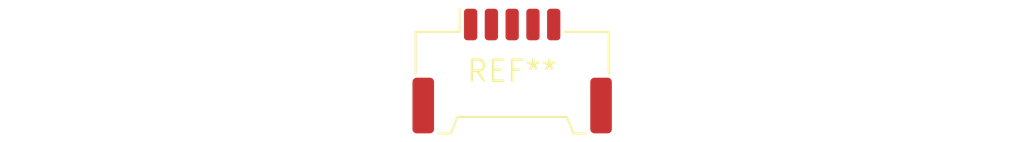
<source format=kicad_pcb>
(kicad_pcb (version 20240108) (generator pcbnew)
  (layers (0 "F.Cu" signal) (31 "B.Cu" signal) (34 "B.Paste" user) (35 "F.Paste" user) (36 "B.SilkS" user "B.Silkscreen") (37 "F.SilkS" user "F.Silkscreen") (38 "B.Mask" user) (39 "F.Mask" user) (44 "Edge.Cuts" user))
  (net 0 "")
  (footprint "Molex_Panelmate_53780-0570_1x05-1MP_P1.25mm_Horizontal" (layer "F.Cu") (at 0 0)
    (property "Reference" "REF**")
    (property "Value" "Molex_Panelmate_53780-0570_1x05-1MP_P1.25mm_Horizontal")
    (fp_line (start -5.81 -2.36) (end -3.16 -2.36) (layer "F.SilkS") (stroke (width 0.12)))
    (fp_line (start -5.81 0.14) (end -5.81 -2.36) (layer "F.SilkS") (stroke (width 0.12)))
    (fp_line (start -4.44 3.76) (end -3.69 3.76) (layer "F.SilkS") (stroke (width 0.12)))
    (fp_line (start -3.69 3.76) (end -3.29 2.76) (layer "F.SilkS") (stroke (width 0.12)))
    (fp_line (start -3.29 2.76) (end 3.29 2.76) (layer "F.SilkS") (stroke (width 0.12)))
    (fp_line (start -3.16 -2.36) (end -3.16 -3.75) (layer "F.SilkS") (stroke (width 0.12)))
    (fp_line (start 3.29 2.76) (end 3.69 3.76) (layer "F.SilkS") (stroke (width 0.12)))
    (fp_line (start 3.69 3.76) (end 4.44 3.76) (layer "F.SilkS") (stroke (width 0.12)))
    (fp_line (start 5.81 -2.36) (end 3.16 -2.36) (layer "F.SilkS") (stroke (width 0.12)))
    (fp_line (start 5.81 0.14) (end 5.81 -2.36) (layer "F.SilkS") (stroke (width 0.12)))
    (pad "1" smd roundrect (at -2.5 -2.8) (size 0.8 1.9) (layers "F.Cu" "F.Paste" "F.Mask"))
    (pad "2" smd roundrect (at -1.25 -2.8) (size 0.8 1.9) (layers "F.Cu" "F.Paste" "F.Mask"))
    (pad "3" smd roundrect (at 0 -2.8) (size 0.8 1.9) (layers "F.Cu" "F.Paste" "F.Mask"))
    (pad "4" smd roundrect (at 1.25 -2.8) (size 0.8 1.9) (layers "F.Cu" "F.Paste" "F.Mask"))
    (pad "5" smd roundrect (at 2.5 -2.8) (size 0.8 1.9) (layers "F.Cu" "F.Paste" "F.Mask"))
    (pad "MP" smd roundrect (at -5.35 2.075) (size 1.3 3.35) (layers "F.Cu" "F.Paste" "F.Mask") (roundrect_rratio 0.192308))
    (pad "MP" smd roundrect (at 5.35 2.075) (size 1.3 3.35) (layers "F.Cu" "F.Paste" "F.Mask") (roundrect_rratio 0.192308))
  )
)
</source>
